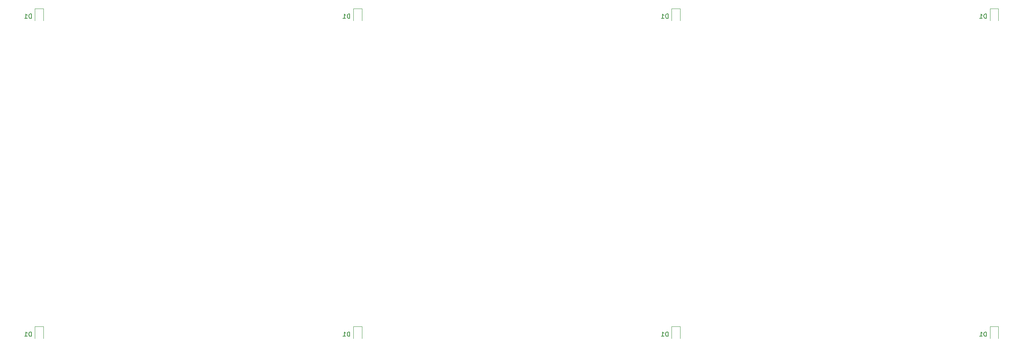
<source format=gbr>
%TF.GenerationSoftware,KiCad,Pcbnew,8.0.9-8.0.9-0~ubuntu24.04.1*%
%TF.CreationDate,2025-07-17T17:50:56+05:00*%
%TF.ProjectId,panel_170725,70616e65-6c5f-4313-9730-3732352e6b69,rev?*%
%TF.SameCoordinates,Original*%
%TF.FileFunction,Legend,Bot*%
%TF.FilePolarity,Positive*%
%FSLAX46Y46*%
G04 Gerber Fmt 4.6, Leading zero omitted, Abs format (unit mm)*
G04 Created by KiCad (PCBNEW 8.0.9-8.0.9-0~ubuntu24.04.1) date 2025-07-17 17:50:56*
%MOMM*%
%LPD*%
G01*
G04 APERTURE LIST*
%ADD10C,0.150000*%
%ADD11C,0.120000*%
G04 APERTURE END LIST*
D10*
X229738094Y-166456319D02*
X229738094Y-165456319D01*
X229738094Y-165456319D02*
X229499999Y-165456319D01*
X229499999Y-165456319D02*
X229357142Y-165503938D01*
X229357142Y-165503938D02*
X229261904Y-165599176D01*
X229261904Y-165599176D02*
X229214285Y-165694414D01*
X229214285Y-165694414D02*
X229166666Y-165884890D01*
X229166666Y-165884890D02*
X229166666Y-166027747D01*
X229166666Y-166027747D02*
X229214285Y-166218223D01*
X229214285Y-166218223D02*
X229261904Y-166313461D01*
X229261904Y-166313461D02*
X229357142Y-166408700D01*
X229357142Y-166408700D02*
X229499999Y-166456319D01*
X229499999Y-166456319D02*
X229738094Y-166456319D01*
X228214285Y-166456319D02*
X228785713Y-166456319D01*
X228499999Y-166456319D02*
X228499999Y-165456319D01*
X228499999Y-165456319D02*
X228595237Y-165599176D01*
X228595237Y-165599176D02*
X228690475Y-165694414D01*
X228690475Y-165694414D02*
X228785713Y-165742033D01*
X157738094Y-166456319D02*
X157738094Y-165456319D01*
X157738094Y-165456319D02*
X157499999Y-165456319D01*
X157499999Y-165456319D02*
X157357142Y-165503938D01*
X157357142Y-165503938D02*
X157261904Y-165599176D01*
X157261904Y-165599176D02*
X157214285Y-165694414D01*
X157214285Y-165694414D02*
X157166666Y-165884890D01*
X157166666Y-165884890D02*
X157166666Y-166027747D01*
X157166666Y-166027747D02*
X157214285Y-166218223D01*
X157214285Y-166218223D02*
X157261904Y-166313461D01*
X157261904Y-166313461D02*
X157357142Y-166408700D01*
X157357142Y-166408700D02*
X157499999Y-166456319D01*
X157499999Y-166456319D02*
X157738094Y-166456319D01*
X156214285Y-166456319D02*
X156785713Y-166456319D01*
X156499999Y-166456319D02*
X156499999Y-165456319D01*
X156499999Y-165456319D02*
X156595237Y-165599176D01*
X156595237Y-165599176D02*
X156690475Y-165694414D01*
X156690475Y-165694414D02*
X156785713Y-165742033D01*
X13738094Y-94456319D02*
X13738094Y-93456319D01*
X13738094Y-93456319D02*
X13499999Y-93456319D01*
X13499999Y-93456319D02*
X13357142Y-93503938D01*
X13357142Y-93503938D02*
X13261904Y-93599176D01*
X13261904Y-93599176D02*
X13214285Y-93694414D01*
X13214285Y-93694414D02*
X13166666Y-93884890D01*
X13166666Y-93884890D02*
X13166666Y-94027747D01*
X13166666Y-94027747D02*
X13214285Y-94218223D01*
X13214285Y-94218223D02*
X13261904Y-94313461D01*
X13261904Y-94313461D02*
X13357142Y-94408700D01*
X13357142Y-94408700D02*
X13499999Y-94456319D01*
X13499999Y-94456319D02*
X13738094Y-94456319D01*
X12214285Y-94456319D02*
X12785713Y-94456319D01*
X12499999Y-94456319D02*
X12499999Y-93456319D01*
X12499999Y-93456319D02*
X12595237Y-93599176D01*
X12595237Y-93599176D02*
X12690475Y-93694414D01*
X12690475Y-93694414D02*
X12785713Y-93742033D01*
X229738094Y-94456319D02*
X229738094Y-93456319D01*
X229738094Y-93456319D02*
X229499999Y-93456319D01*
X229499999Y-93456319D02*
X229357142Y-93503938D01*
X229357142Y-93503938D02*
X229261904Y-93599176D01*
X229261904Y-93599176D02*
X229214285Y-93694414D01*
X229214285Y-93694414D02*
X229166666Y-93884890D01*
X229166666Y-93884890D02*
X229166666Y-94027747D01*
X229166666Y-94027747D02*
X229214285Y-94218223D01*
X229214285Y-94218223D02*
X229261904Y-94313461D01*
X229261904Y-94313461D02*
X229357142Y-94408700D01*
X229357142Y-94408700D02*
X229499999Y-94456319D01*
X229499999Y-94456319D02*
X229738094Y-94456319D01*
X228214285Y-94456319D02*
X228785713Y-94456319D01*
X228499999Y-94456319D02*
X228499999Y-93456319D01*
X228499999Y-93456319D02*
X228595237Y-93599176D01*
X228595237Y-93599176D02*
X228690475Y-93694414D01*
X228690475Y-93694414D02*
X228785713Y-93742033D01*
X85738094Y-166456319D02*
X85738094Y-165456319D01*
X85738094Y-165456319D02*
X85499999Y-165456319D01*
X85499999Y-165456319D02*
X85357142Y-165503938D01*
X85357142Y-165503938D02*
X85261904Y-165599176D01*
X85261904Y-165599176D02*
X85214285Y-165694414D01*
X85214285Y-165694414D02*
X85166666Y-165884890D01*
X85166666Y-165884890D02*
X85166666Y-166027747D01*
X85166666Y-166027747D02*
X85214285Y-166218223D01*
X85214285Y-166218223D02*
X85261904Y-166313461D01*
X85261904Y-166313461D02*
X85357142Y-166408700D01*
X85357142Y-166408700D02*
X85499999Y-166456319D01*
X85499999Y-166456319D02*
X85738094Y-166456319D01*
X84214285Y-166456319D02*
X84785713Y-166456319D01*
X84499999Y-166456319D02*
X84499999Y-165456319D01*
X84499999Y-165456319D02*
X84595237Y-165599176D01*
X84595237Y-165599176D02*
X84690475Y-165694414D01*
X84690475Y-165694414D02*
X84785713Y-165742033D01*
X85738094Y-94456319D02*
X85738094Y-93456319D01*
X85738094Y-93456319D02*
X85499999Y-93456319D01*
X85499999Y-93456319D02*
X85357142Y-93503938D01*
X85357142Y-93503938D02*
X85261904Y-93599176D01*
X85261904Y-93599176D02*
X85214285Y-93694414D01*
X85214285Y-93694414D02*
X85166666Y-93884890D01*
X85166666Y-93884890D02*
X85166666Y-94027747D01*
X85166666Y-94027747D02*
X85214285Y-94218223D01*
X85214285Y-94218223D02*
X85261904Y-94313461D01*
X85261904Y-94313461D02*
X85357142Y-94408700D01*
X85357142Y-94408700D02*
X85499999Y-94456319D01*
X85499999Y-94456319D02*
X85738094Y-94456319D01*
X84214285Y-94456319D02*
X84785713Y-94456319D01*
X84499999Y-94456319D02*
X84499999Y-93456319D01*
X84499999Y-93456319D02*
X84595237Y-93599176D01*
X84595237Y-93599176D02*
X84690475Y-93694414D01*
X84690475Y-93694414D02*
X84785713Y-93742033D01*
X13738094Y-166456319D02*
X13738094Y-165456319D01*
X13738094Y-165456319D02*
X13499999Y-165456319D01*
X13499999Y-165456319D02*
X13357142Y-165503938D01*
X13357142Y-165503938D02*
X13261904Y-165599176D01*
X13261904Y-165599176D02*
X13214285Y-165694414D01*
X13214285Y-165694414D02*
X13166666Y-165884890D01*
X13166666Y-165884890D02*
X13166666Y-166027747D01*
X13166666Y-166027747D02*
X13214285Y-166218223D01*
X13214285Y-166218223D02*
X13261904Y-166313461D01*
X13261904Y-166313461D02*
X13357142Y-166408700D01*
X13357142Y-166408700D02*
X13499999Y-166456319D01*
X13499999Y-166456319D02*
X13738094Y-166456319D01*
X12214285Y-166456319D02*
X12785713Y-166456319D01*
X12499999Y-166456319D02*
X12499999Y-165456319D01*
X12499999Y-165456319D02*
X12595237Y-165599176D01*
X12595237Y-165599176D02*
X12690475Y-165694414D01*
X12690475Y-165694414D02*
X12785713Y-165742033D01*
X157738094Y-94456319D02*
X157738094Y-93456319D01*
X157738094Y-93456319D02*
X157499999Y-93456319D01*
X157499999Y-93456319D02*
X157357142Y-93503938D01*
X157357142Y-93503938D02*
X157261904Y-93599176D01*
X157261904Y-93599176D02*
X157214285Y-93694414D01*
X157214285Y-93694414D02*
X157166666Y-93884890D01*
X157166666Y-93884890D02*
X157166666Y-94027747D01*
X157166666Y-94027747D02*
X157214285Y-94218223D01*
X157214285Y-94218223D02*
X157261904Y-94313461D01*
X157261904Y-94313461D02*
X157357142Y-94408700D01*
X157357142Y-94408700D02*
X157499999Y-94456319D01*
X157499999Y-94456319D02*
X157738094Y-94456319D01*
X156214285Y-94456319D02*
X156785713Y-94456319D01*
X156499999Y-94456319D02*
X156499999Y-93456319D01*
X156499999Y-93456319D02*
X156595237Y-93599176D01*
X156595237Y-93599176D02*
X156690475Y-93694414D01*
X156690475Y-93694414D02*
X156785713Y-93742033D01*
D11*
%TO.C,D1*%
X230540000Y-164254000D02*
X230540000Y-166939000D01*
X232460000Y-164254000D02*
X230540000Y-164254000D01*
X232460000Y-166939000D02*
X232460000Y-164254000D01*
X158540000Y-164254000D02*
X158540000Y-166939000D01*
X160460000Y-164254000D02*
X158540000Y-164254000D01*
X160460000Y-166939000D02*
X160460000Y-164254000D01*
X14540000Y-92254000D02*
X14540000Y-94939000D01*
X16460000Y-92254000D02*
X14540000Y-92254000D01*
X16460000Y-94939000D02*
X16460000Y-92254000D01*
X230540000Y-92254000D02*
X230540000Y-94939000D01*
X232460000Y-92254000D02*
X230540000Y-92254000D01*
X232460000Y-94939000D02*
X232460000Y-92254000D01*
X86540000Y-164254000D02*
X86540000Y-166939000D01*
X88460000Y-164254000D02*
X86540000Y-164254000D01*
X88460000Y-166939000D02*
X88460000Y-164254000D01*
X86540000Y-92254000D02*
X86540000Y-94939000D01*
X88460000Y-92254000D02*
X86540000Y-92254000D01*
X88460000Y-94939000D02*
X88460000Y-92254000D01*
X14540000Y-164254000D02*
X14540000Y-166939000D01*
X16460000Y-164254000D02*
X14540000Y-164254000D01*
X16460000Y-166939000D02*
X16460000Y-164254000D01*
X158540000Y-92254000D02*
X158540000Y-94939000D01*
X160460000Y-92254000D02*
X158540000Y-92254000D01*
X160460000Y-94939000D02*
X160460000Y-92254000D01*
%TD*%
M02*

</source>
